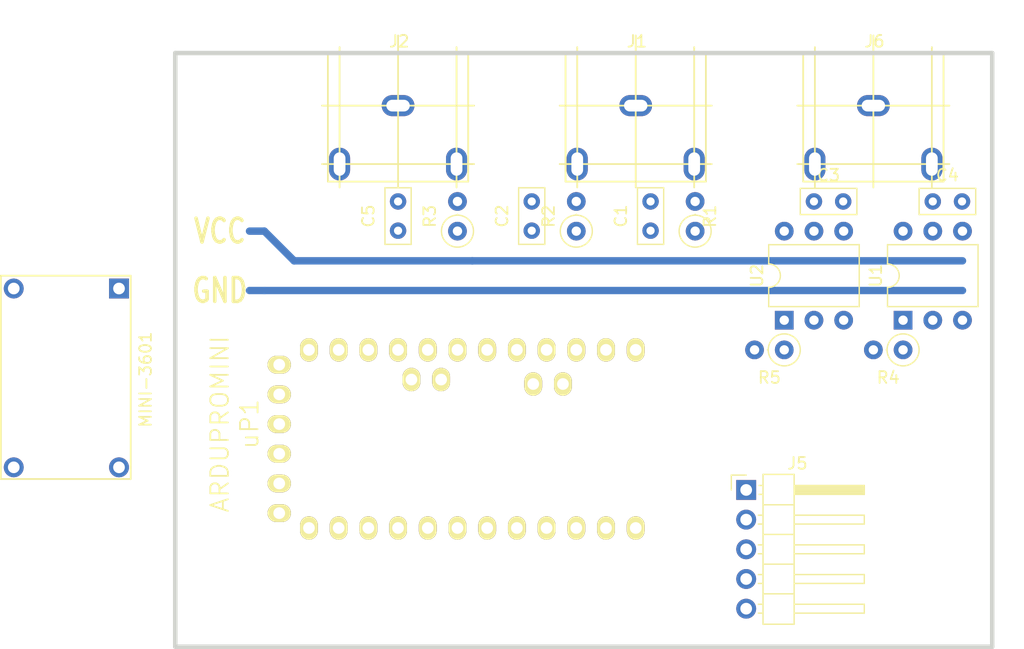
<source format=kicad_pcb>
(kicad_pcb (version 20171130) (host pcbnew "(5.1.5)-3")

  (general
    (thickness 1.6002)
    (drawings 9)
    (tracks 6)
    (zones 0)
    (modules 18)
    (nets 16)
  )

  (page A)
  (title_block
    (date 2020-11-20)
    (rev 1)
  )

  (layers
    (0 Front signal)
    (31 Back signal)
    (36 B.SilkS user)
    (37 F.SilkS user)
    (38 B.Mask user)
    (39 F.Mask user)
    (40 Dwgs.User user)
    (44 Edge.Cuts user)
  )

  (setup
    (last_trace_width 0.635)
    (user_trace_width 0.254)
    (user_trace_width 0.635)
    (trace_clearance 0.254)
    (zone_clearance 0.2032)
    (zone_45_only no)
    (trace_min 0.008)
    (via_size 0.889)
    (via_drill 0.635)
    (via_min_size 0.035)
    (via_min_drill 0.508)
    (uvia_size 0.508)
    (uvia_drill 0.127)
    (uvias_allowed no)
    (uvia_min_size 0.02)
    (uvia_min_drill 0.127)
    (edge_width 0.381)
    (segment_width 0.381)
    (pcb_text_width 0.3048)
    (pcb_text_size 1.524 2.032)
    (mod_edge_width 0.381)
    (mod_text_size 1.524 1.524)
    (mod_text_width 0.3048)
    (pad_size 6.35 6.35)
    (pad_drill 3.175)
    (pad_to_mask_clearance 0.1524)
    (aux_axis_origin 0 0)
    (visible_elements 7FFFFF7F)
    (pcbplotparams
      (layerselection 0x010f0_80000001)
      (usegerberextensions true)
      (usegerberattributes false)
      (usegerberadvancedattributes false)
      (creategerberjobfile false)
      (excludeedgelayer true)
      (linewidth 0.150000)
      (plotframeref false)
      (viasonmask false)
      (mode 1)
      (useauxorigin false)
      (hpglpennumber 1)
      (hpglpenspeed 20)
      (hpglpendiameter 15.000000)
      (psnegative false)
      (psa4output false)
      (plotreference true)
      (plotvalue false)
      (plotinvisibletext false)
      (padsonsilk false)
      (subtractmaskfromsilk false)
      (outputformat 1)
      (mirror false)
      (drillshape 0)
      (scaleselection 1)
      (outputdirectory "plots/"))
  )

  (net 0 "")
  (net 1 GND)
  (net 2 "Net-(R4-Pad1)")
  (net 3 "Net-(R5-Pad1)")
  (net 4 /RIGHT)
  (net 5 /LEFT)
  (net 6 /ST_KEY)
  (net 7 "Net-(MINI-3601-PadOUT+)")
  (net 8 "Net-(J5-Pad4)")
  (net 9 "Net-(J5-Pad3)")
  (net 10 "Net-(R5-Pad2)")
  (net 11 "Net-(R4-Pad2)")
  (net 12 +3V3)
  (net 13 "Net-(C3-Pad1)")
  (net 14 "Net-(C4-Pad1)")
  (net 15 "Net-(C3-Pad2)")

  (net_class Default "This is the default net class."
    (clearance 0.254)
    (trace_width 0.2032)
    (via_dia 0.889)
    (via_drill 0.635)
    (uvia_dia 0.508)
    (uvia_drill 0.127)
    (add_net +3V3)
    (add_net /LEFT)
    (add_net /RIGHT)
    (add_net /ST_KEY)
    (add_net GND)
    (add_net "Net-(C3-Pad1)")
    (add_net "Net-(C3-Pad2)")
    (add_net "Net-(C4-Pad1)")
    (add_net "Net-(J5-Pad3)")
    (add_net "Net-(J5-Pad4)")
    (add_net "Net-(MINI-3601-PadOUT+)")
    (add_net "Net-(R4-Pad1)")
    (add_net "Net-(R4-Pad2)")
    (add_net "Net-(R5-Pad1)")
    (add_net "Net-(R5-Pad2)")
  )

  (net_class POWER ""
    (clearance 0.254)
    (trace_width 0.635)
    (via_dia 0.889)
    (via_drill 0.635)
    (uvia_dia 0.508)
    (uvia_drill 0.127)
  )

  (module LandBoards_Conns:Jack_3.5mm_CUI_SJ1-352XN_Horizontal (layer Front) (tedit 5FB8070F) (tstamp 5FB85837)
    (at 19.05 0)
    (descr "TRS 3.5mm, horizontal, through-hole, https://www.cui.com/product/resource/sj1-353xng.pdf")
    (tags "TRS audio jack stereo horizontal")
    (path /5FB919A9)
    (fp_text reference J2 (at 0.1 -1) (layer F.SilkS)
      (effects (font (size 1 1) (thickness 0.15)))
    )
    (fp_text value AudioJack3 (at 0 15) (layer F.Fab)
      (effects (font (size 1 1) (thickness 0.15)))
    )
    (fp_text user %R (at 5 -0.5) (layer F.Fab)
      (effects (font (size 1 1) (thickness 0.15)))
    )
    (fp_line (start -6 0) (end 6 0) (layer F.SilkS) (width 0.15))
    (fp_line (start 6 0) (end 6 11) (layer F.SilkS) (width 0.15))
    (fp_line (start 6 11) (end -6 11) (layer F.SilkS) (width 0.15))
    (fp_line (start -6 11) (end -6 0) (layer F.SilkS) (width 0.15))
    (fp_line (start -6.5 9.5) (end 6.5 9.5) (layer F.SilkS) (width 0.15))
    (fp_line (start -6.5 4.5) (end 6.5 4.5) (layer F.SilkS) (width 0.15))
    (fp_line (start 0 11.5) (end 0 -1.5) (layer F.SilkS) (width 0.15))
    (fp_line (start -5 11.5) (end -5 -0.5) (layer F.SilkS) (width 0.15))
    (fp_line (start 5 11.5) (end 5 -0.5) (layer F.SilkS) (width 0.15))
    (pad S thru_hole oval (at 0 4.5) (size 2.8 1.8) (drill oval 2 1) (layers *.Cu *.Mask)
      (net 1 GND))
    (pad T thru_hole oval (at -5 9.5 90) (size 2.8 1.8) (drill oval 2 1) (layers *.Cu *.Mask)
      (net 6 /ST_KEY))
    (pad R thru_hole oval (at 5 9.5 90) (size 2.8 1.8) (drill oval 2 1) (layers *.Cu *.Mask)
      (net 6 /ST_KEY))
    (model ${KISYS3DMOD}/Connector_Audio.3dshapes/Jack_3.5mm_CUI_SJ1-3533NG_Horizontal.wrl
      (at (xyz 0 0 0))
      (scale (xyz 1 1 1))
      (rotate (xyz 0 0 0))
    )
  )

  (module LandBoards_Conns:Jack_3.5mm_CUI_SJ1-352XN_Horizontal (layer Front) (tedit 5FB8070F) (tstamp 5FB85827)
    (at 39.37 0)
    (descr "TRS 3.5mm, horizontal, through-hole, https://www.cui.com/product/resource/sj1-353xng.pdf")
    (tags "TRS audio jack stereo horizontal")
    (path /5FB7F3B1)
    (fp_text reference J1 (at 0.1 -1) (layer F.SilkS)
      (effects (font (size 1 1) (thickness 0.15)))
    )
    (fp_text value AudioJack3 (at 0 15) (layer F.Fab)
      (effects (font (size 1 1) (thickness 0.15)))
    )
    (fp_text user %R (at 5 -0.5) (layer F.Fab)
      (effects (font (size 1 1) (thickness 0.15)))
    )
    (fp_line (start -6 0) (end 6 0) (layer F.SilkS) (width 0.15))
    (fp_line (start 6 0) (end 6 11) (layer F.SilkS) (width 0.15))
    (fp_line (start 6 11) (end -6 11) (layer F.SilkS) (width 0.15))
    (fp_line (start -6 11) (end -6 0) (layer F.SilkS) (width 0.15))
    (fp_line (start -6.5 9.5) (end 6.5 9.5) (layer F.SilkS) (width 0.15))
    (fp_line (start -6.5 4.5) (end 6.5 4.5) (layer F.SilkS) (width 0.15))
    (fp_line (start 0 11.5) (end 0 -1.5) (layer F.SilkS) (width 0.15))
    (fp_line (start -5 11.5) (end -5 -0.5) (layer F.SilkS) (width 0.15))
    (fp_line (start 5 11.5) (end 5 -0.5) (layer F.SilkS) (width 0.15))
    (pad S thru_hole oval (at 0 4.5) (size 2.8 1.8) (drill oval 2 1) (layers *.Cu *.Mask)
      (net 1 GND))
    (pad T thru_hole oval (at -5 9.5 90) (size 2.8 1.8) (drill oval 2 1) (layers *.Cu *.Mask)
      (net 4 /RIGHT))
    (pad R thru_hole oval (at 5 9.5 90) (size 2.8 1.8) (drill oval 2 1) (layers *.Cu *.Mask)
      (net 5 /LEFT))
    (model ${KISYS3DMOD}/Connector_Audio.3dshapes/Jack_3.5mm_CUI_SJ1-3533NG_Horizontal.wrl
      (at (xyz 0 0 0))
      (scale (xyz 1 1 1))
      (rotate (xyz 0 0 0))
    )
  )

  (module LandBoards_Conns:Jack_3.5mm_CUI_SJ1-352XN_Horizontal (layer Front) (tedit 5FB8070F) (tstamp 5FB85847)
    (at 59.69 0)
    (descr "TRS 3.5mm, horizontal, through-hole, https://www.cui.com/product/resource/sj1-353xng.pdf")
    (tags "TRS audio jack stereo horizontal")
    (path /5FB8957F)
    (fp_text reference J6 (at 0.1 -1) (layer F.SilkS)
      (effects (font (size 1 1) (thickness 0.15)))
    )
    (fp_text value AudioJack3 (at 0 15) (layer F.Fab)
      (effects (font (size 1 1) (thickness 0.15)))
    )
    (fp_text user %R (at 5 -0.5) (layer F.Fab)
      (effects (font (size 1 1) (thickness 0.15)))
    )
    (fp_line (start -6 0) (end 6 0) (layer F.SilkS) (width 0.15))
    (fp_line (start 6 0) (end 6 11) (layer F.SilkS) (width 0.15))
    (fp_line (start 6 11) (end -6 11) (layer F.SilkS) (width 0.15))
    (fp_line (start -6 11) (end -6 0) (layer F.SilkS) (width 0.15))
    (fp_line (start -6.5 9.5) (end 6.5 9.5) (layer F.SilkS) (width 0.15))
    (fp_line (start -6.5 4.5) (end 6.5 4.5) (layer F.SilkS) (width 0.15))
    (fp_line (start 0 11.5) (end 0 -1.5) (layer F.SilkS) (width 0.15))
    (fp_line (start -5 11.5) (end -5 -0.5) (layer F.SilkS) (width 0.15))
    (fp_line (start 5 11.5) (end 5 -0.5) (layer F.SilkS) (width 0.15))
    (pad S thru_hole oval (at 0 4.5) (size 2.8 1.8) (drill oval 2 1) (layers *.Cu *.Mask)
      (net 15 "Net-(C3-Pad2)"))
    (pad T thru_hole oval (at -5 9.5 90) (size 2.8 1.8) (drill oval 2 1) (layers *.Cu *.Mask)
      (net 13 "Net-(C3-Pad1)"))
    (pad R thru_hole oval (at 5 9.5 90) (size 2.8 1.8) (drill oval 2 1) (layers *.Cu *.Mask)
      (net 14 "Net-(C4-Pad1)"))
    (model ${KISYS3DMOD}/Connector_Audio.3dshapes/Jack_3.5mm_CUI_SJ1-3533NG_Horizontal.wrl
      (at (xyz 0 0 0))
      (scale (xyz 1 1 1))
      (rotate (xyz 0 0 0))
    )
  )

  (module Package_DIP:DIP-6_W7.62mm (layer Front) (tedit 5A02E8C5) (tstamp 5FB84BDC)
    (at 62.23 22.86 90)
    (descr "6-lead though-hole mounted DIP package, row spacing 7.62 mm (300 mils)")
    (tags "THT DIP DIL PDIP 2.54mm 7.62mm 300mil")
    (path /5FB85207)
    (fp_text reference U1 (at 3.81 -2.33 90) (layer F.SilkS)
      (effects (font (size 1 1) (thickness 0.15)))
    )
    (fp_text value 4N25 (at 3.81 7.41 90) (layer F.Fab)
      (effects (font (size 1 1) (thickness 0.15)))
    )
    (fp_text user %R (at 3.81 2.54 90) (layer F.Fab)
      (effects (font (size 1 1) (thickness 0.15)))
    )
    (fp_line (start 8.7 -1.55) (end -1.1 -1.55) (layer F.CrtYd) (width 0.05))
    (fp_line (start 8.7 6.6) (end 8.7 -1.55) (layer F.CrtYd) (width 0.05))
    (fp_line (start -1.1 6.6) (end 8.7 6.6) (layer F.CrtYd) (width 0.05))
    (fp_line (start -1.1 -1.55) (end -1.1 6.6) (layer F.CrtYd) (width 0.05))
    (fp_line (start 6.46 -1.33) (end 4.81 -1.33) (layer F.SilkS) (width 0.12))
    (fp_line (start 6.46 6.41) (end 6.46 -1.33) (layer F.SilkS) (width 0.12))
    (fp_line (start 1.16 6.41) (end 6.46 6.41) (layer F.SilkS) (width 0.12))
    (fp_line (start 1.16 -1.33) (end 1.16 6.41) (layer F.SilkS) (width 0.12))
    (fp_line (start 2.81 -1.33) (end 1.16 -1.33) (layer F.SilkS) (width 0.12))
    (fp_line (start 0.635 -0.27) (end 1.635 -1.27) (layer F.Fab) (width 0.1))
    (fp_line (start 0.635 6.35) (end 0.635 -0.27) (layer F.Fab) (width 0.1))
    (fp_line (start 6.985 6.35) (end 0.635 6.35) (layer F.Fab) (width 0.1))
    (fp_line (start 6.985 -1.27) (end 6.985 6.35) (layer F.Fab) (width 0.1))
    (fp_line (start 1.635 -1.27) (end 6.985 -1.27) (layer F.Fab) (width 0.1))
    (fp_arc (start 3.81 -1.33) (end 2.81 -1.33) (angle -180) (layer F.SilkS) (width 0.12))
    (pad 6 thru_hole oval (at 7.62 0 90) (size 1.6 1.6) (drill 0.8) (layers *.Cu *.Mask))
    (pad 3 thru_hole oval (at 0 5.08 90) (size 1.6 1.6) (drill 0.8) (layers *.Cu *.Mask))
    (pad 5 thru_hole oval (at 7.62 2.54 90) (size 1.6 1.6) (drill 0.8) (layers *.Cu *.Mask)
      (net 14 "Net-(C4-Pad1)"))
    (pad 2 thru_hole oval (at 0 2.54 90) (size 1.6 1.6) (drill 0.8) (layers *.Cu *.Mask)
      (net 1 GND))
    (pad 4 thru_hole oval (at 7.62 5.08 90) (size 1.6 1.6) (drill 0.8) (layers *.Cu *.Mask)
      (net 15 "Net-(C3-Pad2)"))
    (pad 1 thru_hole rect (at 0 0 90) (size 1.6 1.6) (drill 0.8) (layers *.Cu *.Mask)
      (net 2 "Net-(R4-Pad1)"))
    (model ${KISYS3DMOD}/Package_DIP.3dshapes/DIP-6_W7.62mm.wrl
      (at (xyz 0 0 0))
      (scale (xyz 1 1 1))
      (rotate (xyz 0 0 0))
    )
  )

  (module Package_DIP:DIP-6_W7.62mm (layer Front) (tedit 5A02E8C5) (tstamp 5FB84BF6)
    (at 52.07 22.86 90)
    (descr "6-lead though-hole mounted DIP package, row spacing 7.62 mm (300 mils)")
    (tags "THT DIP DIL PDIP 2.54mm 7.62mm 300mil")
    (path /5FB85B02)
    (fp_text reference U2 (at 3.81 -2.33 90) (layer F.SilkS)
      (effects (font (size 1 1) (thickness 0.15)))
    )
    (fp_text value 4N25 (at 3.81 7.41 90) (layer F.Fab)
      (effects (font (size 1 1) (thickness 0.15)))
    )
    (fp_arc (start 3.81 -1.33) (end 2.81 -1.33) (angle -180) (layer F.SilkS) (width 0.12))
    (fp_line (start 1.635 -1.27) (end 6.985 -1.27) (layer F.Fab) (width 0.1))
    (fp_line (start 6.985 -1.27) (end 6.985 6.35) (layer F.Fab) (width 0.1))
    (fp_line (start 6.985 6.35) (end 0.635 6.35) (layer F.Fab) (width 0.1))
    (fp_line (start 0.635 6.35) (end 0.635 -0.27) (layer F.Fab) (width 0.1))
    (fp_line (start 0.635 -0.27) (end 1.635 -1.27) (layer F.Fab) (width 0.1))
    (fp_line (start 2.81 -1.33) (end 1.16 -1.33) (layer F.SilkS) (width 0.12))
    (fp_line (start 1.16 -1.33) (end 1.16 6.41) (layer F.SilkS) (width 0.12))
    (fp_line (start 1.16 6.41) (end 6.46 6.41) (layer F.SilkS) (width 0.12))
    (fp_line (start 6.46 6.41) (end 6.46 -1.33) (layer F.SilkS) (width 0.12))
    (fp_line (start 6.46 -1.33) (end 4.81 -1.33) (layer F.SilkS) (width 0.12))
    (fp_line (start -1.1 -1.55) (end -1.1 6.6) (layer F.CrtYd) (width 0.05))
    (fp_line (start -1.1 6.6) (end 8.7 6.6) (layer F.CrtYd) (width 0.05))
    (fp_line (start 8.7 6.6) (end 8.7 -1.55) (layer F.CrtYd) (width 0.05))
    (fp_line (start 8.7 -1.55) (end -1.1 -1.55) (layer F.CrtYd) (width 0.05))
    (fp_text user %R (at 3.81 2.54 90) (layer F.Fab)
      (effects (font (size 1 1) (thickness 0.15)))
    )
    (pad 1 thru_hole rect (at 0 0 90) (size 1.6 1.6) (drill 0.8) (layers *.Cu *.Mask)
      (net 3 "Net-(R5-Pad1)"))
    (pad 4 thru_hole oval (at 7.62 5.08 90) (size 1.6 1.6) (drill 0.8) (layers *.Cu *.Mask)
      (net 15 "Net-(C3-Pad2)"))
    (pad 2 thru_hole oval (at 0 2.54 90) (size 1.6 1.6) (drill 0.8) (layers *.Cu *.Mask)
      (net 1 GND))
    (pad 5 thru_hole oval (at 7.62 2.54 90) (size 1.6 1.6) (drill 0.8) (layers *.Cu *.Mask)
      (net 13 "Net-(C3-Pad1)"))
    (pad 3 thru_hole oval (at 0 5.08 90) (size 1.6 1.6) (drill 0.8) (layers *.Cu *.Mask))
    (pad 6 thru_hole oval (at 7.62 0 90) (size 1.6 1.6) (drill 0.8) (layers *.Cu *.Mask))
    (model ${KISYS3DMOD}/Package_DIP.3dshapes/DIP-6_W7.62mm.wrl
      (at (xyz 0 0 0))
      (scale (xyz 1 1 1))
      (rotate (xyz 0 0 0))
    )
  )

  (module LandBoards_BoardOutlines:MINI-360 (layer Front) (tedit 5F8C8F90) (tstamp 5FB85C92)
    (at -3.81 19.05 270)
    (descr "Through hole straight pin header, 2x02, 2.54mm pitch, double rows")
    (tags "Through hole pin header THT 2x02 2.54mm double row")
    (path /5FBC826A)
    (fp_text reference MINI-3601 (at 8.89 -1.27 90) (layer F.SilkS)
      (effects (font (size 1 1) (thickness 0.15)))
    )
    (fp_text value MINI-360 (at 8.5 13 90) (layer F.Fab)
      (effects (font (size 1 1) (thickness 0.15)))
    )
    (fp_text user %R (at 18.5 6.5) (layer F.Fab)
      (effects (font (size 1 1) (thickness 0.15)))
    )
    (fp_line (start 0 0) (end 17.4 0) (layer F.SilkS) (width 0.15))
    (fp_line (start 17.4 0) (end 17.4 11.1) (layer F.SilkS) (width 0.15))
    (fp_line (start 17.4 11.1) (end 0 11.1) (layer F.SilkS) (width 0.15))
    (fp_line (start 0 11.1) (end 0 0) (layer F.SilkS) (width 0.15))
    (pad IN- thru_hole rect (at 1.1 1 270) (size 1.7 1.7) (drill 1) (layers *.Cu *.Mask))
    (pad OUT- thru_hole oval (at 16.4 1 270) (size 1.7 1.7) (drill 1) (layers *.Cu *.Mask)
      (net 1 GND))
    (pad IN+ thru_hole oval (at 1.1 10 270) (size 1.7 1.7) (drill 1) (layers *.Cu *.Mask))
    (pad OUT+ thru_hole oval (at 16.4 10 270) (size 1.7 1.7) (drill 1) (layers *.Cu *.Mask)
      (net 7 "Net-(MINI-3601-PadOUT+)"))
    (model ${KISYS3DMOD}/Connector_PinHeader_2.54mm.3dshapes/PinHeader_2x02_P2.54mm_Vertical.wrl
      (at (xyz 0 0 0))
      (scale (xyz 1 1 1))
      (rotate (xyz 0 0 0))
    )
  )

  (module LandBoards_BoardOutlines:ArduProMini (layer Front) (tedit 5F9CB590) (tstamp 5FB85CB8)
    (at 5.08 43.18 90)
    (path /5FB7E2C9)
    (fp_text reference uP1 (at 11.43 1.27 90) (layer F.SilkS)
      (effects (font (size 1.5 1.5) (thickness 0.15)))
    )
    (fp_text value ARDUPROMINI (at 11.43 -1.27 90) (layer F.SilkS)
      (effects (font (size 1.5 1.5) (thickness 0.15)))
    )
    (pad 1 thru_hole oval (at 3.81 3.81 90) (size 1.524 2) (drill 1) (layers *.Cu *.Mask F.SilkS))
    (pad 2 thru_hole oval (at 6.35 3.81 90) (size 1.524 2) (drill 1) (layers *.Cu *.Mask F.SilkS))
    (pad 3 thru_hole oval (at 8.89 3.81 90) (size 1.524 2) (drill 1) (layers *.Cu *.Mask F.SilkS))
    (pad 4 thru_hole oval (at 11.43 3.81 90) (size 1.524 2) (drill 1) (layers *.Cu *.Mask F.SilkS))
    (pad 5 thru_hole oval (at 13.97 3.81 90) (size 1.524 2) (drill 1) (layers *.Cu *.Mask F.SilkS)
      (net 1 GND))
    (pad 6 thru_hole oval (at 16.51 3.81 90) (size 1.524 2) (drill 1) (layers *.Cu *.Mask F.SilkS)
      (net 1 GND))
    (pad 7 thru_hole oval (at 2.54 6.35 90) (size 2 1.524) (drill 1) (layers *.Cu *.Mask F.SilkS))
    (pad 8 thru_hole oval (at 2.54 8.89 90) (size 2 1.524) (drill 1) (layers *.Cu *.Mask F.SilkS))
    (pad 9 thru_hole oval (at 2.54 11.43 90) (size 2 1.524) (drill 1) (layers *.Cu *.Mask F.SilkS))
    (pad 10 thru_hole oval (at 2.54 13.97 90) (size 2 1.524) (drill 1) (layers *.Cu *.Mask F.SilkS)
      (net 1 GND))
    (pad 11 thru_hole oval (at 2.54 16.51 90) (size 2 1.524) (drill 1) (layers *.Cu *.Mask F.SilkS)
      (net 5 /LEFT))
    (pad 12 thru_hole oval (at 2.54 19.05 90) (size 2 1.524) (drill 1) (layers *.Cu *.Mask F.SilkS)
      (net 6 /ST_KEY))
    (pad 13 thru_hole oval (at 2.54 21.59 90) (size 2 1.524) (drill 1) (layers *.Cu *.Mask F.SilkS))
    (pad 14 thru_hole oval (at 2.54 24.13 90) (size 2 1.524) (drill 1) (layers *.Cu *.Mask F.SilkS)
      (net 4 /RIGHT))
    (pad 15 thru_hole oval (at 2.54 26.67 90) (size 2 1.524) (drill 1) (layers *.Cu *.Mask F.SilkS))
    (pad 16 thru_hole oval (at 2.54 29.21 90) (size 2 1.524) (drill 1) (layers *.Cu *.Mask F.SilkS))
    (pad 17 thru_hole oval (at 2.54 31.75 90) (size 2 1.524) (drill 1) (layers *.Cu *.Mask F.SilkS))
    (pad 18 thru_hole oval (at 2.54 34.29 90) (size 2 1.524) (drill 1) (layers *.Cu *.Mask F.SilkS))
    (pad 19 thru_hole oval (at 17.78 6.35 90) (size 2 1.524) (drill 1) (layers *.Cu *.Mask F.SilkS))
    (pad 20 thru_hole oval (at 17.78 8.89 90) (size 2 1.524) (drill 1) (layers *.Cu *.Mask F.SilkS)
      (net 1 GND))
    (pad 21 thru_hole oval (at 17.78 11.43 90) (size 2 1.524) (drill 1) (layers *.Cu *.Mask F.SilkS))
    (pad 22 thru_hole oval (at 17.78 13.97 90) (size 2 1.524) (drill 1) (layers *.Cu *.Mask F.SilkS)
      (net 7 "Net-(MINI-3601-PadOUT+)"))
    (pad 23 thru_hole oval (at 17.78 16.51 90) (size 2 1.524) (drill 1) (layers *.Cu *.Mask F.SilkS))
    (pad 24 thru_hole oval (at 17.78 19.05 90) (size 2 1.524) (drill 1) (layers *.Cu *.Mask F.SilkS))
    (pad 25 thru_hole oval (at 17.78 21.59 90) (size 2 1.524) (drill 1) (layers *.Cu *.Mask F.SilkS))
    (pad 26 thru_hole oval (at 17.78 24.13 90) (size 2 1.524) (drill 1) (layers *.Cu *.Mask F.SilkS))
    (pad 27 thru_hole oval (at 17.78 26.67 90) (size 2 1.524) (drill 1) (layers *.Cu *.Mask F.SilkS)
      (net 8 "Net-(J5-Pad4)"))
    (pad 28 thru_hole oval (at 17.78 29.21 90) (size 2 1.524) (drill 1) (layers *.Cu *.Mask F.SilkS)
      (net 9 "Net-(J5-Pad3)"))
    (pad 29 thru_hole oval (at 17.78 31.75 90) (size 2 1.524) (drill 1) (layers *.Cu *.Mask F.SilkS)
      (net 10 "Net-(R5-Pad2)"))
    (pad 30 thru_hole oval (at 17.78 34.29 90) (size 2 1.524) (drill 1) (layers *.Cu *.Mask F.SilkS)
      (net 11 "Net-(R4-Pad2)"))
    (pad 31 thru_hole oval (at 15.24 15.113 90) (size 2 1.524) (drill 1) (layers *.Cu *.Mask F.SilkS))
    (pad 32 thru_hole oval (at 15.24 17.653 90) (size 2 1.524) (drill 1) (layers *.Cu *.Mask F.SilkS))
    (pad 34 thru_hole oval (at 14.859 25.527 90) (size 2 1.524) (drill 1) (layers *.Cu *.Mask F.SilkS))
    (pad 35 thru_hole oval (at 14.859 28.067 90) (size 2 1.524) (drill 1) (layers *.Cu *.Mask F.SilkS))
  )

  (module Resistor_THT:R_Axial_DIN0207_L6.3mm_D2.5mm_P2.54mm_Vertical (layer Front) (tedit 5AE5139B) (tstamp 5FB86498)
    (at 44.45 15.24 90)
    (descr "Resistor, Axial_DIN0207 series, Axial, Vertical, pin pitch=2.54mm, 0.25W = 1/4W, length*diameter=6.3*2.5mm^2, http://cdn-reichelt.de/documents/datenblatt/B400/1_4W%23YAG.pdf")
    (tags "Resistor Axial_DIN0207 series Axial Vertical pin pitch 2.54mm 0.25W = 1/4W length 6.3mm diameter 2.5mm")
    (path /5FB8011C)
    (fp_text reference R1 (at 1.27 1.27 90) (layer F.SilkS)
      (effects (font (size 1 1) (thickness 0.15)))
    )
    (fp_text value 10K (at 1.27 2.37 90) (layer F.Fab)
      (effects (font (size 1 1) (thickness 0.15)))
    )
    (fp_circle (center 0 0) (end 1.25 0) (layer F.Fab) (width 0.1))
    (fp_circle (center 0 0) (end 1.37 0) (layer F.SilkS) (width 0.12))
    (fp_line (start 0 0) (end 2.54 0) (layer F.Fab) (width 0.1))
    (fp_line (start 1.37 0) (end 1.44 0) (layer F.SilkS) (width 0.12))
    (fp_line (start -1.5 -1.5) (end -1.5 1.5) (layer F.CrtYd) (width 0.05))
    (fp_line (start -1.5 1.5) (end 3.59 1.5) (layer F.CrtYd) (width 0.05))
    (fp_line (start 3.59 1.5) (end 3.59 -1.5) (layer F.CrtYd) (width 0.05))
    (fp_line (start 3.59 -1.5) (end -1.5 -1.5) (layer F.CrtYd) (width 0.05))
    (fp_text user %R (at 1.27 -2.37 90) (layer F.Fab)
      (effects (font (size 1 1) (thickness 0.15)))
    )
    (pad 1 thru_hole circle (at 0 0 90) (size 1.6 1.6) (drill 0.8) (layers *.Cu *.Mask)
      (net 12 +3V3))
    (pad 2 thru_hole oval (at 2.54 0 90) (size 1.6 1.6) (drill 0.8) (layers *.Cu *.Mask)
      (net 5 /LEFT))
    (model ${KISYS3DMOD}/Resistor_THT.3dshapes/R_Axial_DIN0207_L6.3mm_D2.5mm_P2.54mm_Vertical.wrl
      (at (xyz 0 0 0))
      (scale (xyz 1 1 1))
      (rotate (xyz 0 0 0))
    )
  )

  (module Resistor_THT:R_Axial_DIN0207_L6.3mm_D2.5mm_P2.54mm_Vertical (layer Front) (tedit 5AE5139B) (tstamp 5FB864A7)
    (at 34.29 15.24 90)
    (descr "Resistor, Axial_DIN0207 series, Axial, Vertical, pin pitch=2.54mm, 0.25W = 1/4W, length*diameter=6.3*2.5mm^2, http://cdn-reichelt.de/documents/datenblatt/B400/1_4W%23YAG.pdf")
    (tags "Resistor Axial_DIN0207 series Axial Vertical pin pitch 2.54mm 0.25W = 1/4W length 6.3mm diameter 2.5mm")
    (path /5FB80864)
    (fp_text reference R2 (at 1.27 -2.37 90) (layer F.SilkS)
      (effects (font (size 1 1) (thickness 0.15)))
    )
    (fp_text value 10K (at 1.27 2.37 90) (layer F.Fab)
      (effects (font (size 1 1) (thickness 0.15)))
    )
    (fp_text user %R (at 1.27 -2.37 90) (layer F.Fab)
      (effects (font (size 1 1) (thickness 0.15)))
    )
    (fp_line (start 3.59 -1.5) (end -1.5 -1.5) (layer F.CrtYd) (width 0.05))
    (fp_line (start 3.59 1.5) (end 3.59 -1.5) (layer F.CrtYd) (width 0.05))
    (fp_line (start -1.5 1.5) (end 3.59 1.5) (layer F.CrtYd) (width 0.05))
    (fp_line (start -1.5 -1.5) (end -1.5 1.5) (layer F.CrtYd) (width 0.05))
    (fp_line (start 1.37 0) (end 1.44 0) (layer F.SilkS) (width 0.12))
    (fp_line (start 0 0) (end 2.54 0) (layer F.Fab) (width 0.1))
    (fp_circle (center 0 0) (end 1.37 0) (layer F.SilkS) (width 0.12))
    (fp_circle (center 0 0) (end 1.25 0) (layer F.Fab) (width 0.1))
    (pad 2 thru_hole oval (at 2.54 0 90) (size 1.6 1.6) (drill 0.8) (layers *.Cu *.Mask)
      (net 4 /RIGHT))
    (pad 1 thru_hole circle (at 0 0 90) (size 1.6 1.6) (drill 0.8) (layers *.Cu *.Mask)
      (net 12 +3V3))
    (model ${KISYS3DMOD}/Resistor_THT.3dshapes/R_Axial_DIN0207_L6.3mm_D2.5mm_P2.54mm_Vertical.wrl
      (at (xyz 0 0 0))
      (scale (xyz 1 1 1))
      (rotate (xyz 0 0 0))
    )
  )

  (module Resistor_THT:R_Axial_DIN0207_L6.3mm_D2.5mm_P2.54mm_Vertical (layer Front) (tedit 5AE5139B) (tstamp 5FB864B6)
    (at 24.13 15.24 90)
    (descr "Resistor, Axial_DIN0207 series, Axial, Vertical, pin pitch=2.54mm, 0.25W = 1/4W, length*diameter=6.3*2.5mm^2, http://cdn-reichelt.de/documents/datenblatt/B400/1_4W%23YAG.pdf")
    (tags "Resistor Axial_DIN0207 series Axial Vertical pin pitch 2.54mm 0.25W = 1/4W length 6.3mm diameter 2.5mm")
    (path /5FB9F5D1)
    (fp_text reference R3 (at 1.27 -2.37 90) (layer F.SilkS)
      (effects (font (size 1 1) (thickness 0.15)))
    )
    (fp_text value 10K (at 1.27 2.37 90) (layer F.Fab)
      (effects (font (size 1 1) (thickness 0.15)))
    )
    (fp_circle (center 0 0) (end 1.25 0) (layer F.Fab) (width 0.1))
    (fp_circle (center 0 0) (end 1.37 0) (layer F.SilkS) (width 0.12))
    (fp_line (start 0 0) (end 2.54 0) (layer F.Fab) (width 0.1))
    (fp_line (start 1.37 0) (end 1.44 0) (layer F.SilkS) (width 0.12))
    (fp_line (start -1.5 -1.5) (end -1.5 1.5) (layer F.CrtYd) (width 0.05))
    (fp_line (start -1.5 1.5) (end 3.59 1.5) (layer F.CrtYd) (width 0.05))
    (fp_line (start 3.59 1.5) (end 3.59 -1.5) (layer F.CrtYd) (width 0.05))
    (fp_line (start 3.59 -1.5) (end -1.5 -1.5) (layer F.CrtYd) (width 0.05))
    (fp_text user %R (at 1.27 -2.37 90) (layer F.Fab)
      (effects (font (size 1 1) (thickness 0.15)))
    )
    (pad 1 thru_hole circle (at 0 0 90) (size 1.6 1.6) (drill 0.8) (layers *.Cu *.Mask)
      (net 12 +3V3))
    (pad 2 thru_hole oval (at 2.54 0 90) (size 1.6 1.6) (drill 0.8) (layers *.Cu *.Mask)
      (net 6 /ST_KEY))
    (model ${KISYS3DMOD}/Resistor_THT.3dshapes/R_Axial_DIN0207_L6.3mm_D2.5mm_P2.54mm_Vertical.wrl
      (at (xyz 0 0 0))
      (scale (xyz 1 1 1))
      (rotate (xyz 0 0 0))
    )
  )

  (module Resistor_THT:R_Axial_DIN0207_L6.3mm_D2.5mm_P2.54mm_Vertical (layer Front) (tedit 5AE5139B) (tstamp 5FB864C5)
    (at 62.23 25.4 180)
    (descr "Resistor, Axial_DIN0207 series, Axial, Vertical, pin pitch=2.54mm, 0.25W = 1/4W, length*diameter=6.3*2.5mm^2, http://cdn-reichelt.de/documents/datenblatt/B400/1_4W%23YAG.pdf")
    (tags "Resistor Axial_DIN0207 series Axial Vertical pin pitch 2.54mm 0.25W = 1/4W length 6.3mm diameter 2.5mm")
    (path /5FB8739D)
    (fp_text reference R4 (at 1.27 -2.37) (layer F.SilkS)
      (effects (font (size 1 1) (thickness 0.15)))
    )
    (fp_text value 120 (at 1.27 2.37) (layer F.Fab)
      (effects (font (size 1 1) (thickness 0.15)))
    )
    (fp_circle (center 0 0) (end 1.25 0) (layer F.Fab) (width 0.1))
    (fp_circle (center 0 0) (end 1.37 0) (layer F.SilkS) (width 0.12))
    (fp_line (start 0 0) (end 2.54 0) (layer F.Fab) (width 0.1))
    (fp_line (start 1.37 0) (end 1.44 0) (layer F.SilkS) (width 0.12))
    (fp_line (start -1.5 -1.5) (end -1.5 1.5) (layer F.CrtYd) (width 0.05))
    (fp_line (start -1.5 1.5) (end 3.59 1.5) (layer F.CrtYd) (width 0.05))
    (fp_line (start 3.59 1.5) (end 3.59 -1.5) (layer F.CrtYd) (width 0.05))
    (fp_line (start 3.59 -1.5) (end -1.5 -1.5) (layer F.CrtYd) (width 0.05))
    (fp_text user %R (at 1.27 -2.37) (layer F.Fab)
      (effects (font (size 1 1) (thickness 0.15)))
    )
    (pad 1 thru_hole circle (at 0 0 180) (size 1.6 1.6) (drill 0.8) (layers *.Cu *.Mask)
      (net 2 "Net-(R4-Pad1)"))
    (pad 2 thru_hole oval (at 2.54 0 180) (size 1.6 1.6) (drill 0.8) (layers *.Cu *.Mask)
      (net 11 "Net-(R4-Pad2)"))
    (model ${KISYS3DMOD}/Resistor_THT.3dshapes/R_Axial_DIN0207_L6.3mm_D2.5mm_P2.54mm_Vertical.wrl
      (at (xyz 0 0 0))
      (scale (xyz 1 1 1))
      (rotate (xyz 0 0 0))
    )
  )

  (module Resistor_THT:R_Axial_DIN0207_L6.3mm_D2.5mm_P2.54mm_Vertical (layer Front) (tedit 5AE5139B) (tstamp 5FB864D4)
    (at 52.07 25.4 180)
    (descr "Resistor, Axial_DIN0207 series, Axial, Vertical, pin pitch=2.54mm, 0.25W = 1/4W, length*diameter=6.3*2.5mm^2, http://cdn-reichelt.de/documents/datenblatt/B400/1_4W%23YAG.pdf")
    (tags "Resistor Axial_DIN0207 series Axial Vertical pin pitch 2.54mm 0.25W = 1/4W length 6.3mm diameter 2.5mm")
    (path /5FB88577)
    (fp_text reference R5 (at 1.27 -2.37) (layer F.SilkS)
      (effects (font (size 1 1) (thickness 0.15)))
    )
    (fp_text value 120 (at 1.27 2.37) (layer F.Fab)
      (effects (font (size 1 1) (thickness 0.15)))
    )
    (fp_text user %R (at 1.27 -2.37) (layer F.Fab)
      (effects (font (size 1 1) (thickness 0.15)))
    )
    (fp_line (start 3.59 -1.5) (end -1.5 -1.5) (layer F.CrtYd) (width 0.05))
    (fp_line (start 3.59 1.5) (end 3.59 -1.5) (layer F.CrtYd) (width 0.05))
    (fp_line (start -1.5 1.5) (end 3.59 1.5) (layer F.CrtYd) (width 0.05))
    (fp_line (start -1.5 -1.5) (end -1.5 1.5) (layer F.CrtYd) (width 0.05))
    (fp_line (start 1.37 0) (end 1.44 0) (layer F.SilkS) (width 0.12))
    (fp_line (start 0 0) (end 2.54 0) (layer F.Fab) (width 0.1))
    (fp_circle (center 0 0) (end 1.37 0) (layer F.SilkS) (width 0.12))
    (fp_circle (center 0 0) (end 1.25 0) (layer F.Fab) (width 0.1))
    (pad 2 thru_hole oval (at 2.54 0 180) (size 1.6 1.6) (drill 0.8) (layers *.Cu *.Mask)
      (net 10 "Net-(R5-Pad2)"))
    (pad 1 thru_hole circle (at 0 0 180) (size 1.6 1.6) (drill 0.8) (layers *.Cu *.Mask)
      (net 3 "Net-(R5-Pad1)"))
    (model ${KISYS3DMOD}/Resistor_THT.3dshapes/R_Axial_DIN0207_L6.3mm_D2.5mm_P2.54mm_Vertical.wrl
      (at (xyz 0 0 0))
      (scale (xyz 1 1 1))
      (rotate (xyz 0 0 0))
    )
  )

  (module Capacitor_THT:C_Rect_L4.6mm_W2.0mm_P2.50mm_MKS02_FKP02 (layer Front) (tedit 5AE50EF0) (tstamp 5FB86946)
    (at 40.64 12.7 270)
    (descr "C, Rect series, Radial, pin pitch=2.50mm, , length*width=4.6*2mm^2, Capacitor, http://www.wima.de/DE/WIMA_MKS_02.pdf")
    (tags "C Rect series Radial pin pitch 2.50mm  length 4.6mm width 2mm Capacitor")
    (path /5FB83229)
    (fp_text reference C1 (at 1.25 2.54 90) (layer F.SilkS)
      (effects (font (size 1 1) (thickness 0.15)))
    )
    (fp_text value 0.01uF (at 1.25 2.25 90) (layer F.Fab)
      (effects (font (size 1 1) (thickness 0.15)))
    )
    (fp_line (start -1.05 -1) (end -1.05 1) (layer F.Fab) (width 0.1))
    (fp_line (start -1.05 1) (end 3.55 1) (layer F.Fab) (width 0.1))
    (fp_line (start 3.55 1) (end 3.55 -1) (layer F.Fab) (width 0.1))
    (fp_line (start 3.55 -1) (end -1.05 -1) (layer F.Fab) (width 0.1))
    (fp_line (start -1.17 -1.12) (end 3.67 -1.12) (layer F.SilkS) (width 0.12))
    (fp_line (start -1.17 1.12) (end 3.67 1.12) (layer F.SilkS) (width 0.12))
    (fp_line (start -1.17 -1.12) (end -1.17 1.12) (layer F.SilkS) (width 0.12))
    (fp_line (start 3.67 -1.12) (end 3.67 1.12) (layer F.SilkS) (width 0.12))
    (fp_line (start -1.3 -1.25) (end -1.3 1.25) (layer F.CrtYd) (width 0.05))
    (fp_line (start -1.3 1.25) (end 3.8 1.25) (layer F.CrtYd) (width 0.05))
    (fp_line (start 3.8 1.25) (end 3.8 -1.25) (layer F.CrtYd) (width 0.05))
    (fp_line (start 3.8 -1.25) (end -1.3 -1.25) (layer F.CrtYd) (width 0.05))
    (fp_text user %R (at 1.25 0 90) (layer F.Fab)
      (effects (font (size 0.92 0.92) (thickness 0.138)))
    )
    (pad 1 thru_hole circle (at 0 0 270) (size 1.4 1.4) (drill 0.7) (layers *.Cu *.Mask)
      (net 5 /LEFT))
    (pad 2 thru_hole circle (at 2.5 0 270) (size 1.4 1.4) (drill 0.7) (layers *.Cu *.Mask)
      (net 1 GND))
    (model ${KISYS3DMOD}/Capacitor_THT.3dshapes/C_Rect_L4.6mm_W2.0mm_P2.50mm_MKS02_FKP02.wrl
      (at (xyz 0 0 0))
      (scale (xyz 1 1 1))
      (rotate (xyz 0 0 0))
    )
  )

  (module Capacitor_THT:C_Rect_L4.6mm_W2.0mm_P2.50mm_MKS02_FKP02 (layer Front) (tedit 5AE50EF0) (tstamp 5FB86958)
    (at 30.48 12.7 270)
    (descr "C, Rect series, Radial, pin pitch=2.50mm, , length*width=4.6*2mm^2, Capacitor, http://www.wima.de/DE/WIMA_MKS_02.pdf")
    (tags "C Rect series Radial pin pitch 2.50mm  length 4.6mm width 2mm Capacitor")
    (path /5FB8256D)
    (fp_text reference C2 (at 1.25 2.54 90) (layer F.SilkS)
      (effects (font (size 1 1) (thickness 0.15)))
    )
    (fp_text value 0.01uF (at 1.25 2.25 90) (layer F.Fab)
      (effects (font (size 1 1) (thickness 0.15)))
    )
    (fp_text user %R (at 1.25 0 90) (layer F.Fab)
      (effects (font (size 0.92 0.92) (thickness 0.138)))
    )
    (fp_line (start 3.8 -1.25) (end -1.3 -1.25) (layer F.CrtYd) (width 0.05))
    (fp_line (start 3.8 1.25) (end 3.8 -1.25) (layer F.CrtYd) (width 0.05))
    (fp_line (start -1.3 1.25) (end 3.8 1.25) (layer F.CrtYd) (width 0.05))
    (fp_line (start -1.3 -1.25) (end -1.3 1.25) (layer F.CrtYd) (width 0.05))
    (fp_line (start 3.67 -1.12) (end 3.67 1.12) (layer F.SilkS) (width 0.12))
    (fp_line (start -1.17 -1.12) (end -1.17 1.12) (layer F.SilkS) (width 0.12))
    (fp_line (start -1.17 1.12) (end 3.67 1.12) (layer F.SilkS) (width 0.12))
    (fp_line (start -1.17 -1.12) (end 3.67 -1.12) (layer F.SilkS) (width 0.12))
    (fp_line (start 3.55 -1) (end -1.05 -1) (layer F.Fab) (width 0.1))
    (fp_line (start 3.55 1) (end 3.55 -1) (layer F.Fab) (width 0.1))
    (fp_line (start -1.05 1) (end 3.55 1) (layer F.Fab) (width 0.1))
    (fp_line (start -1.05 -1) (end -1.05 1) (layer F.Fab) (width 0.1))
    (pad 2 thru_hole circle (at 2.5 0 270) (size 1.4 1.4) (drill 0.7) (layers *.Cu *.Mask)
      (net 1 GND))
    (pad 1 thru_hole circle (at 0 0 270) (size 1.4 1.4) (drill 0.7) (layers *.Cu *.Mask)
      (net 4 /RIGHT))
    (model ${KISYS3DMOD}/Capacitor_THT.3dshapes/C_Rect_L4.6mm_W2.0mm_P2.50mm_MKS02_FKP02.wrl
      (at (xyz 0 0 0))
      (scale (xyz 1 1 1))
      (rotate (xyz 0 0 0))
    )
  )

  (module Capacitor_THT:C_Rect_L4.6mm_W2.0mm_P2.50mm_MKS02_FKP02 (layer Front) (tedit 5AE50EF0) (tstamp 5FB86AA5)
    (at 54.61 12.7)
    (descr "C, Rect series, Radial, pin pitch=2.50mm, , length*width=4.6*2mm^2, Capacitor, http://www.wima.de/DE/WIMA_MKS_02.pdf")
    (tags "C Rect series Radial pin pitch 2.50mm  length 4.6mm width 2mm Capacitor")
    (path /5FBFBE77)
    (fp_text reference C3 (at 1.25 -2.25) (layer F.SilkS)
      (effects (font (size 1 1) (thickness 0.15)))
    )
    (fp_text value 0.01uF (at 1.25 2.25) (layer F.Fab)
      (effects (font (size 1 1) (thickness 0.15)))
    )
    (fp_text user %R (at 1.25 0) (layer F.Fab)
      (effects (font (size 0.92 0.92) (thickness 0.138)))
    )
    (fp_line (start 3.8 -1.25) (end -1.3 -1.25) (layer F.CrtYd) (width 0.05))
    (fp_line (start 3.8 1.25) (end 3.8 -1.25) (layer F.CrtYd) (width 0.05))
    (fp_line (start -1.3 1.25) (end 3.8 1.25) (layer F.CrtYd) (width 0.05))
    (fp_line (start -1.3 -1.25) (end -1.3 1.25) (layer F.CrtYd) (width 0.05))
    (fp_line (start 3.67 -1.12) (end 3.67 1.12) (layer F.SilkS) (width 0.12))
    (fp_line (start -1.17 -1.12) (end -1.17 1.12) (layer F.SilkS) (width 0.12))
    (fp_line (start -1.17 1.12) (end 3.67 1.12) (layer F.SilkS) (width 0.12))
    (fp_line (start -1.17 -1.12) (end 3.67 -1.12) (layer F.SilkS) (width 0.12))
    (fp_line (start 3.55 -1) (end -1.05 -1) (layer F.Fab) (width 0.1))
    (fp_line (start 3.55 1) (end 3.55 -1) (layer F.Fab) (width 0.1))
    (fp_line (start -1.05 1) (end 3.55 1) (layer F.Fab) (width 0.1))
    (fp_line (start -1.05 -1) (end -1.05 1) (layer F.Fab) (width 0.1))
    (pad 2 thru_hole circle (at 2.5 0) (size 1.4 1.4) (drill 0.7) (layers *.Cu *.Mask)
      (net 15 "Net-(C3-Pad2)"))
    (pad 1 thru_hole circle (at 0 0) (size 1.4 1.4) (drill 0.7) (layers *.Cu *.Mask)
      (net 13 "Net-(C3-Pad1)"))
    (model ${KISYS3DMOD}/Capacitor_THT.3dshapes/C_Rect_L4.6mm_W2.0mm_P2.50mm_MKS02_FKP02.wrl
      (at (xyz 0 0 0))
      (scale (xyz 1 1 1))
      (rotate (xyz 0 0 0))
    )
  )

  (module Capacitor_THT:C_Rect_L4.6mm_W2.0mm_P2.50mm_MKS02_FKP02 (layer Front) (tedit 5AE50EF0) (tstamp 5FB86AB8)
    (at 64.77 12.7)
    (descr "C, Rect series, Radial, pin pitch=2.50mm, , length*width=4.6*2mm^2, Capacitor, http://www.wima.de/DE/WIMA_MKS_02.pdf")
    (tags "C Rect series Radial pin pitch 2.50mm  length 4.6mm width 2mm Capacitor")
    (path /5FBFF0A1)
    (fp_text reference C4 (at 1.25 -2.25) (layer F.SilkS)
      (effects (font (size 1 1) (thickness 0.15)))
    )
    (fp_text value 0.01uF (at 1.25 2.25) (layer F.Fab)
      (effects (font (size 1 1) (thickness 0.15)))
    )
    (fp_line (start -1.05 -1) (end -1.05 1) (layer F.Fab) (width 0.1))
    (fp_line (start -1.05 1) (end 3.55 1) (layer F.Fab) (width 0.1))
    (fp_line (start 3.55 1) (end 3.55 -1) (layer F.Fab) (width 0.1))
    (fp_line (start 3.55 -1) (end -1.05 -1) (layer F.Fab) (width 0.1))
    (fp_line (start -1.17 -1.12) (end 3.67 -1.12) (layer F.SilkS) (width 0.12))
    (fp_line (start -1.17 1.12) (end 3.67 1.12) (layer F.SilkS) (width 0.12))
    (fp_line (start -1.17 -1.12) (end -1.17 1.12) (layer F.SilkS) (width 0.12))
    (fp_line (start 3.67 -1.12) (end 3.67 1.12) (layer F.SilkS) (width 0.12))
    (fp_line (start -1.3 -1.25) (end -1.3 1.25) (layer F.CrtYd) (width 0.05))
    (fp_line (start -1.3 1.25) (end 3.8 1.25) (layer F.CrtYd) (width 0.05))
    (fp_line (start 3.8 1.25) (end 3.8 -1.25) (layer F.CrtYd) (width 0.05))
    (fp_line (start 3.8 -1.25) (end -1.3 -1.25) (layer F.CrtYd) (width 0.05))
    (fp_text user %R (at 1.25 0) (layer F.Fab)
      (effects (font (size 0.92 0.92) (thickness 0.138)))
    )
    (pad 1 thru_hole circle (at 0 0) (size 1.4 1.4) (drill 0.7) (layers *.Cu *.Mask)
      (net 14 "Net-(C4-Pad1)"))
    (pad 2 thru_hole circle (at 2.5 0) (size 1.4 1.4) (drill 0.7) (layers *.Cu *.Mask)
      (net 15 "Net-(C3-Pad2)"))
    (model ${KISYS3DMOD}/Capacitor_THT.3dshapes/C_Rect_L4.6mm_W2.0mm_P2.50mm_MKS02_FKP02.wrl
      (at (xyz 0 0 0))
      (scale (xyz 1 1 1))
      (rotate (xyz 0 0 0))
    )
  )

  (module Capacitor_THT:C_Rect_L4.6mm_W2.0mm_P2.50mm_MKS02_FKP02 (layer Front) (tedit 5AE50EF0) (tstamp 5FB86E2B)
    (at 19.05 12.7 270)
    (descr "C, Rect series, Radial, pin pitch=2.50mm, , length*width=4.6*2mm^2, Capacitor, http://www.wima.de/DE/WIMA_MKS_02.pdf")
    (tags "C Rect series Radial pin pitch 2.50mm  length 4.6mm width 2mm Capacitor")
    (path /5FC1B621)
    (fp_text reference C5 (at 1.25 2.54 90) (layer F.SilkS)
      (effects (font (size 1 1) (thickness 0.15)))
    )
    (fp_text value 0.01uF (at 1.25 2.25 90) (layer F.Fab)
      (effects (font (size 1 1) (thickness 0.15)))
    )
    (fp_line (start -1.05 -1) (end -1.05 1) (layer F.Fab) (width 0.1))
    (fp_line (start -1.05 1) (end 3.55 1) (layer F.Fab) (width 0.1))
    (fp_line (start 3.55 1) (end 3.55 -1) (layer F.Fab) (width 0.1))
    (fp_line (start 3.55 -1) (end -1.05 -1) (layer F.Fab) (width 0.1))
    (fp_line (start -1.17 -1.12) (end 3.67 -1.12) (layer F.SilkS) (width 0.12))
    (fp_line (start -1.17 1.12) (end 3.67 1.12) (layer F.SilkS) (width 0.12))
    (fp_line (start -1.17 -1.12) (end -1.17 1.12) (layer F.SilkS) (width 0.12))
    (fp_line (start 3.67 -1.12) (end 3.67 1.12) (layer F.SilkS) (width 0.12))
    (fp_line (start -1.3 -1.25) (end -1.3 1.25) (layer F.CrtYd) (width 0.05))
    (fp_line (start -1.3 1.25) (end 3.8 1.25) (layer F.CrtYd) (width 0.05))
    (fp_line (start 3.8 1.25) (end 3.8 -1.25) (layer F.CrtYd) (width 0.05))
    (fp_line (start 3.8 -1.25) (end -1.3 -1.25) (layer F.CrtYd) (width 0.05))
    (fp_text user %R (at 1.25 0 90) (layer F.Fab)
      (effects (font (size 0.92 0.92) (thickness 0.138)))
    )
    (pad 1 thru_hole circle (at 0 0 270) (size 1.4 1.4) (drill 0.7) (layers *.Cu *.Mask)
      (net 6 /ST_KEY))
    (pad 2 thru_hole circle (at 2.5 0 270) (size 1.4 1.4) (drill 0.7) (layers *.Cu *.Mask)
      (net 1 GND))
    (model ${KISYS3DMOD}/Capacitor_THT.3dshapes/C_Rect_L4.6mm_W2.0mm_P2.50mm_MKS02_FKP02.wrl
      (at (xyz 0 0 0))
      (scale (xyz 1 1 1))
      (rotate (xyz 0 0 0))
    )
  )

  (module Connector_PinHeader_2.54mm:PinHeader_1x05_P2.54mm_Horizontal (layer Front) (tedit 59FED5CB) (tstamp 5FB86E85)
    (at 48.815001 37.385001)
    (descr "Through hole angled pin header, 1x05, 2.54mm pitch, 6mm pin length, single row")
    (tags "Through hole angled pin header THT 1x05 2.54mm single row")
    (path /5FBAF740)
    (fp_text reference J5 (at 4.385 -2.27) (layer F.SilkS)
      (effects (font (size 1 1) (thickness 0.15)))
    )
    (fp_text value Conn_01x05 (at 4.385 12.43) (layer F.Fab)
      (effects (font (size 1 1) (thickness 0.15)))
    )
    (fp_line (start 2.135 -1.27) (end 4.04 -1.27) (layer F.Fab) (width 0.1))
    (fp_line (start 4.04 -1.27) (end 4.04 11.43) (layer F.Fab) (width 0.1))
    (fp_line (start 4.04 11.43) (end 1.5 11.43) (layer F.Fab) (width 0.1))
    (fp_line (start 1.5 11.43) (end 1.5 -0.635) (layer F.Fab) (width 0.1))
    (fp_line (start 1.5 -0.635) (end 2.135 -1.27) (layer F.Fab) (width 0.1))
    (fp_line (start -0.32 -0.32) (end 1.5 -0.32) (layer F.Fab) (width 0.1))
    (fp_line (start -0.32 -0.32) (end -0.32 0.32) (layer F.Fab) (width 0.1))
    (fp_line (start -0.32 0.32) (end 1.5 0.32) (layer F.Fab) (width 0.1))
    (fp_line (start 4.04 -0.32) (end 10.04 -0.32) (layer F.Fab) (width 0.1))
    (fp_line (start 10.04 -0.32) (end 10.04 0.32) (layer F.Fab) (width 0.1))
    (fp_line (start 4.04 0.32) (end 10.04 0.32) (layer F.Fab) (width 0.1))
    (fp_line (start -0.32 2.22) (end 1.5 2.22) (layer F.Fab) (width 0.1))
    (fp_line (start -0.32 2.22) (end -0.32 2.86) (layer F.Fab) (width 0.1))
    (fp_line (start -0.32 2.86) (end 1.5 2.86) (layer F.Fab) (width 0.1))
    (fp_line (start 4.04 2.22) (end 10.04 2.22) (layer F.Fab) (width 0.1))
    (fp_line (start 10.04 2.22) (end 10.04 2.86) (layer F.Fab) (width 0.1))
    (fp_line (start 4.04 2.86) (end 10.04 2.86) (layer F.Fab) (width 0.1))
    (fp_line (start -0.32 4.76) (end 1.5 4.76) (layer F.Fab) (width 0.1))
    (fp_line (start -0.32 4.76) (end -0.32 5.4) (layer F.Fab) (width 0.1))
    (fp_line (start -0.32 5.4) (end 1.5 5.4) (layer F.Fab) (width 0.1))
    (fp_line (start 4.04 4.76) (end 10.04 4.76) (layer F.Fab) (width 0.1))
    (fp_line (start 10.04 4.76) (end 10.04 5.4) (layer F.Fab) (width 0.1))
    (fp_line (start 4.04 5.4) (end 10.04 5.4) (layer F.Fab) (width 0.1))
    (fp_line (start -0.32 7.3) (end 1.5 7.3) (layer F.Fab) (width 0.1))
    (fp_line (start -0.32 7.3) (end -0.32 7.94) (layer F.Fab) (width 0.1))
    (fp_line (start -0.32 7.94) (end 1.5 7.94) (layer F.Fab) (width 0.1))
    (fp_line (start 4.04 7.3) (end 10.04 7.3) (layer F.Fab) (width 0.1))
    (fp_line (start 10.04 7.3) (end 10.04 7.94) (layer F.Fab) (width 0.1))
    (fp_line (start 4.04 7.94) (end 10.04 7.94) (layer F.Fab) (width 0.1))
    (fp_line (start -0.32 9.84) (end 1.5 9.84) (layer F.Fab) (width 0.1))
    (fp_line (start -0.32 9.84) (end -0.32 10.48) (layer F.Fab) (width 0.1))
    (fp_line (start -0.32 10.48) (end 1.5 10.48) (layer F.Fab) (width 0.1))
    (fp_line (start 4.04 9.84) (end 10.04 9.84) (layer F.Fab) (width 0.1))
    (fp_line (start 10.04 9.84) (end 10.04 10.48) (layer F.Fab) (width 0.1))
    (fp_line (start 4.04 10.48) (end 10.04 10.48) (layer F.Fab) (width 0.1))
    (fp_line (start 1.44 -1.33) (end 1.44 11.49) (layer F.SilkS) (width 0.12))
    (fp_line (start 1.44 11.49) (end 4.1 11.49) (layer F.SilkS) (width 0.12))
    (fp_line (start 4.1 11.49) (end 4.1 -1.33) (layer F.SilkS) (width 0.12))
    (fp_line (start 4.1 -1.33) (end 1.44 -1.33) (layer F.SilkS) (width 0.12))
    (fp_line (start 4.1 -0.38) (end 10.1 -0.38) (layer F.SilkS) (width 0.12))
    (fp_line (start 10.1 -0.38) (end 10.1 0.38) (layer F.SilkS) (width 0.12))
    (fp_line (start 10.1 0.38) (end 4.1 0.38) (layer F.SilkS) (width 0.12))
    (fp_line (start 4.1 -0.32) (end 10.1 -0.32) (layer F.SilkS) (width 0.12))
    (fp_line (start 4.1 -0.2) (end 10.1 -0.2) (layer F.SilkS) (width 0.12))
    (fp_line (start 4.1 -0.08) (end 10.1 -0.08) (layer F.SilkS) (width 0.12))
    (fp_line (start 4.1 0.04) (end 10.1 0.04) (layer F.SilkS) (width 0.12))
    (fp_line (start 4.1 0.16) (end 10.1 0.16) (layer F.SilkS) (width 0.12))
    (fp_line (start 4.1 0.28) (end 10.1 0.28) (layer F.SilkS) (width 0.12))
    (fp_line (start 1.11 -0.38) (end 1.44 -0.38) (layer F.SilkS) (width 0.12))
    (fp_line (start 1.11 0.38) (end 1.44 0.38) (layer F.SilkS) (width 0.12))
    (fp_line (start 1.44 1.27) (end 4.1 1.27) (layer F.SilkS) (width 0.12))
    (fp_line (start 4.1 2.16) (end 10.1 2.16) (layer F.SilkS) (width 0.12))
    (fp_line (start 10.1 2.16) (end 10.1 2.92) (layer F.SilkS) (width 0.12))
    (fp_line (start 10.1 2.92) (end 4.1 2.92) (layer F.SilkS) (width 0.12))
    (fp_line (start 1.042929 2.16) (end 1.44 2.16) (layer F.SilkS) (width 0.12))
    (fp_line (start 1.042929 2.92) (end 1.44 2.92) (layer F.SilkS) (width 0.12))
    (fp_line (start 1.44 3.81) (end 4.1 3.81) (layer F.SilkS) (width 0.12))
    (fp_line (start 4.1 4.7) (end 10.1 4.7) (layer F.SilkS) (width 0.12))
    (fp_line (start 10.1 4.7) (end 10.1 5.46) (layer F.SilkS) (width 0.12))
    (fp_line (start 10.1 5.46) (end 4.1 5.46) (layer F.SilkS) (width 0.12))
    (fp_line (start 1.042929 4.7) (end 1.44 4.7) (layer F.SilkS) (width 0.12))
    (fp_line (start 1.042929 5.46) (end 1.44 5.46) (layer F.SilkS) (width 0.12))
    (fp_line (start 1.44 6.35) (end 4.1 6.35) (layer F.SilkS) (width 0.12))
    (fp_line (start 4.1 7.24) (end 10.1 7.24) (layer F.SilkS) (width 0.12))
    (fp_line (start 10.1 7.24) (end 10.1 8) (layer F.SilkS) (width 0.12))
    (fp_line (start 10.1 8) (end 4.1 8) (layer F.SilkS) (width 0.12))
    (fp_line (start 1.042929 7.24) (end 1.44 7.24) (layer F.SilkS) (width 0.12))
    (fp_line (start 1.042929 8) (end 1.44 8) (layer F.SilkS) (width 0.12))
    (fp_line (start 1.44 8.89) (end 4.1 8.89) (layer F.SilkS) (width 0.12))
    (fp_line (start 4.1 9.78) (end 10.1 9.78) (layer F.SilkS) (width 0.12))
    (fp_line (start 10.1 9.78) (end 10.1 10.54) (layer F.SilkS) (width 0.12))
    (fp_line (start 10.1 10.54) (end 4.1 10.54) (layer F.SilkS) (width 0.12))
    (fp_line (start 1.042929 9.78) (end 1.44 9.78) (layer F.SilkS) (width 0.12))
    (fp_line (start 1.042929 10.54) (end 1.44 10.54) (layer F.SilkS) (width 0.12))
    (fp_line (start -1.27 0) (end -1.27 -1.27) (layer F.SilkS) (width 0.12))
    (fp_line (start -1.27 -1.27) (end 0 -1.27) (layer F.SilkS) (width 0.12))
    (fp_line (start -1.8 -1.8) (end -1.8 11.95) (layer F.CrtYd) (width 0.05))
    (fp_line (start -1.8 11.95) (end 10.55 11.95) (layer F.CrtYd) (width 0.05))
    (fp_line (start 10.55 11.95) (end 10.55 -1.8) (layer F.CrtYd) (width 0.05))
    (fp_line (start 10.55 -1.8) (end -1.8 -1.8) (layer F.CrtYd) (width 0.05))
    (fp_text user %R (at 2.77 5.08 90) (layer F.Fab)
      (effects (font (size 1 1) (thickness 0.15)))
    )
    (pad 1 thru_hole rect (at 0 0) (size 1.7 1.7) (drill 1) (layers *.Cu *.Mask)
      (net 1 GND))
    (pad 2 thru_hole oval (at 0 2.54) (size 1.7 1.7) (drill 1) (layers *.Cu *.Mask)
      (net 12 +3V3))
    (pad 3 thru_hole oval (at 0 5.08) (size 1.7 1.7) (drill 1) (layers *.Cu *.Mask)
      (net 9 "Net-(J5-Pad3)"))
    (pad 4 thru_hole oval (at 0 7.62) (size 1.7 1.7) (drill 1) (layers *.Cu *.Mask)
      (net 8 "Net-(J5-Pad4)"))
    (pad 5 thru_hole oval (at 0 10.16) (size 1.7 1.7) (drill 1) (layers *.Cu *.Mask))
    (model ${KISYS3DMOD}/Connector_PinHeader_2.54mm.3dshapes/PinHeader_1x05_P2.54mm_Horizontal.wrl
      (at (xyz 0 0 0))
      (scale (xyz 1 1 1))
      (rotate (xyz 0 0 0))
    )
  )

  (gr_text VCC (at 3.81 15.24) (layer F.SilkS) (tstamp 5FB86C51)
    (effects (font (size 2.032 1.524) (thickness 0.3048)))
  )
  (gr_text GND (at 3.81 20.32) (layer F.SilkS)
    (effects (font (size 2.032 1.524) (thickness 0.3048)))
  )
  (gr_line (start 0 50.8) (end 0 0) (layer Edge.Cuts) (width 0.381) (tstamp 5FB8620E))
  (gr_line (start 69.85 50.8) (end 0 50.8) (layer Edge.Cuts) (width 0.381))
  (gr_line (start 69.85 0) (end 69.85 50.8) (layer Edge.Cuts) (width 0.381))
  (gr_line (start 0 0) (end 69.85 0) (layer Edge.Cuts) (width 0.381))
  (dimension 20.32 (width 0.381) (layer Dwgs.User)
    (gr_text "0.8000 in" (at 49.53 -4.071) (layer Dwgs.User)
      (effects (font (size 1 1) (thickness 0.15)))
    )
    (feature1 (pts (xy 59.69 3.81) (xy 59.69 -3.126421)))
    (feature2 (pts (xy 39.37 3.81) (xy 39.37 -3.126421)))
    (crossbar (pts (xy 39.37 -2.54) (xy 59.69 -2.54)))
    (arrow1a (pts (xy 59.69 -2.54) (xy 58.563496 -1.953579)))
    (arrow1b (pts (xy 59.69 -2.54) (xy 58.563496 -3.126421)))
    (arrow2a (pts (xy 39.37 -2.54) (xy 40.496504 -1.953579)))
    (arrow2b (pts (xy 39.37 -2.54) (xy 40.496504 -3.126421)))
  )
  (dimension 20.32 (width 0.381) (layer Dwgs.User)
    (gr_text "0.8000 in" (at 29.21 -4.071) (layer Dwgs.User)
      (effects (font (size 1 1) (thickness 0.15)))
    )
    (feature1 (pts (xy 39.37 5.08) (xy 39.37 -3.126421)))
    (feature2 (pts (xy 19.05 5.08) (xy 19.05 -3.126421)))
    (crossbar (pts (xy 19.05 -2.54) (xy 39.37 -2.54)))
    (arrow1a (pts (xy 39.37 -2.54) (xy 38.243496 -1.953579)))
    (arrow1b (pts (xy 39.37 -2.54) (xy 38.243496 -3.126421)))
    (arrow2a (pts (xy 19.05 -2.54) (xy 20.176504 -1.953579)))
    (arrow2b (pts (xy 19.05 -2.54) (xy 20.176504 -3.126421)))
  )
  (gr_line (start 6.35 5.08) (end 72.39 5.08) (layer Dwgs.User) (width 0.381))

  (segment (start 67.31 20.32) (end 7.62 20.32) (width 0.635) (layer Back) (net 0))
  (segment (start 7.62 20.32) (end 6.35 20.32) (width 0.635) (layer Back) (net 0))
  (segment (start 67.31 17.78) (end 25.4 17.78) (width 0.635) (layer Back) (net 0))
  (segment (start 25.4 17.78) (end 10.16 17.78) (width 0.635) (layer Back) (net 0))
  (segment (start 10.16 17.78) (end 7.62 15.24) (width 0.635) (layer Back) (net 0))
  (segment (start 7.62 15.24) (end 6.35 15.24) (width 0.635) (layer Back) (net 0))

)

</source>
